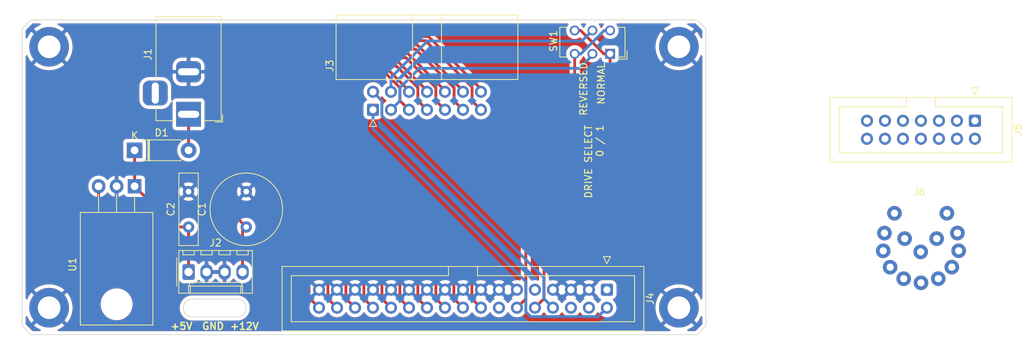
<source format=kicad_pcb>
(kicad_pcb (version 20210108) (generator pcbnew)
  (layers (0 "F.Cu" signal) (31 "B.Cu" signal) (34 "B.Paste" user) (35 "F.Paste" user) (36 "B.SilkS" user "B.Silkscreen") (37 "F.SilkS" user "F.Silkscreen") (38 "B.Mask" user) (39 "F.Mask" user) (44 "Edge.Cuts" user))
  (net 0 "")
  (net 1 "GND")
  (net 2 "+12V")
  (net 3 "+5V")
  (net 4 "Net-(D1-Pad2)")
  (net 5 "/FLOPPY_READY")
  (net 6 "/FLOPPY_READ_DATA")
  (net 7 "/FLOPPY_TRACK_00")
  (net 8 "/FLOPPY_WRITE_DATA")
  (net 9 "/FLOPPY_STEP_DIRECTION")
  (net 10 "/FLOPPY_SELECT_B")
  (net 11 "/FLOPPY_INDEX")
  (net 12 "/FLOPPY_SIDE_SELECT")
  (net 13 "/FLOPPY_WRITE_PROTECT")
  (net 14 "/FLOPPY_WRITE_GATE")
  (net 15 "/FLOPPY_STEP")
  (net 16 "/FLOPPY_MOTOR_ON")
  (net 17 "/FLOPPY_SELECT_A")
  (net 18 "/FLOPPY_DISKCHANGE")
  (net 19 "/F_INSEL_B")
  (net 20 "/F_INSEL_A")
  (net 21 "no_connect_(J4-Pad1)")
  (net 22 "no_connect_(J4-Pad4)")
  (net 23 "no_connect_(J4-Pad6)")
  (net 24 "no_connect_(J4-Pad14)")
  (net 25 "/Atari ST/FLOPPY_READY")
  (net 26 "/Atari ST/FLOPPY_READ_DATA")
  (net 27 "/Atari ST/FLOPPY_TRACK_00")
  (net 28 "/Atari ST/FLOPPY_WRITE_DATA")
  (net 29 "/Atari ST/FLOPPY_STEP_DIRECTION")
  (net 30 "/Atari ST/FLOPPY_SELECT_B")
  (net 31 "/Atari ST/FLOPPY_INDEX")
  (net 32 "/Atari ST/FLOPPY_SIDE_SELECT")
  (net 33 "/Atari ST/FLOPPY_WRITE_PROTECT")
  (net 34 "/Atari ST/FLOPPY_WRITE_GATE")
  (net 35 "/Atari ST/FLOPPY_STEP")
  (net 36 "/Atari ST/FLOPPY_MOTOR_ON")
  (net 37 "/Atari ST/FLOPPY_SELECT_A")
  (net 38 "/Atari ST/FLOPPY_DISKCHANGE")
  (footprint "parts:DIN14" (layer "F.Cu") (at 158.589106 89.0374)
    (fp_text reference "J6" (at -0.2 -1.232988 unlocked) (layer "F.SilkS"))
    (fp_text value "ATARI")
    (pad "1" thru_hole circle (at 0.045497 11.585793 180) (size 2.06 2.06) (drill 1.03) (layers *.Cu *.Mask) (net 26 "/Atari ST/FLOPPY_READ_DATA"))
    (pad "2" thru_hole circle (at -2.396013 11.004971 180) (size 2.06 2.06) (drill 1.03) (layers *.Cu *.Mask) (net 32 "/Atari ST/FLOPPY_SIDE_SELECT"))
    (pad "3" thru_hole circle (at 2.485819 11 180) (size 2.06 2.06) (drill 1.03) (layers *.Cu *.Mask) (net 1 "GND"))
    (pad "4" thru_hole circle (at -4.311125 9.383037 180) (size 2.06 2.06) (drill 1.03) (layers *.Cu *.Mask) (net 31 "/Atari ST/FLOPPY_INDEX"))
    (pad "5" thru_hole circle (at 4.397625 9.374168 180) (size 2.06 2.06) (drill 1.03) (layers *.Cu *.Mask) (net 37 "/Atari ST/FLOPPY_SELECT_A"))
    (pad "6" thru_hole circle (at -5.286009 7.070478 180) (size 2.06 2.06) (drill 1.03) (layers *.Cu *.Mask) (net 30 "/Atari ST/FLOPPY_SELECT_B"))
    (pad "7" thru_hole circle (at 5.367797 7.059628 180) (size 2.06 2.06) (drill 1.03) (layers *.Cu *.Mask) (net 1 "GND"))
    (pad "8" thru_hole circle (at -5.11 4.567012 180) (size 2.06 2.06) (drill 1.03) (layers *.Cu *.Mask) (net 36 "/Atari ST/FLOPPY_MOTOR_ON"))
    (pad "9" thru_hole circle (at 5.186688 4.556528 180) (size 2.06 2.06) (drill 1.03) (layers *.Cu *.Mask) (net 29 "/Atari ST/FLOPPY_STEP_DIRECTION"))
    (pad "10" thru_hole circle (at -3.7 1.767012 180) (size 2.06 2.06) (drill 1.03) (layers *.Cu *.Mask) (net 35 "/Atari ST/FLOPPY_STEP"))
    (pad "11" thru_hole circle (at 3.7 1.767012 180) (size 2.06 2.06) (drill 1.03) (layers *.Cu *.Mask) (net 28 "/Atari ST/FLOPPY_WRITE_DATA"))
    (pad "12" thru_hole circle (at -2.26 5.347012 180) (size 2.06 2.06) (drill 1.03) (layers *.Cu *.Mask) (net 34 "/Atari ST/FLOPPY_WRITE_GATE"))
    (pad "13" thru_hole circle (at 2.26 5.347012 180) (size 2.06 2.06) (drill 1.03) (layers *.Cu *.Mask) (net 27 "/Atari ST/FLOPPY_TRACK_00"))
    (pad "14" thru_hole circle (at 0 7.217012 180) (size 2.06 2.06) (drill 1.03) (layers *.Cu *.Mask) (net 33 "/Atari ST/FLOPPY_WRITE_PROTECT"))
  )
  (footprint "Package_TO_SOT_THT:TO-220-3_Horizontal_TabDown" (layer "F.Cu") (at 47.625 86.995 180)
    (fp_text reference "U1" (at 8.763 -11.049 270) (layer "F.SilkS"))
    (fp_text value "L7805")
    (fp_line (start -2.58 -19.58) (end 7.66 -19.58) (layer "F.SilkS") (width 0.12))
    (fp_line (start -2.58 -3.69) (end 7.66 -3.69) (layer "F.SilkS") (width 0.12))
    (fp_line (start 5.08 -3.69) (end 5.08 -1.15) (layer "F.SilkS") (width 0.12))
    (fp_line (start -2.58 -19.58) (end -2.58 -3.69) (layer "F.SilkS") (width 0.12))
    (fp_line (start 7.66 -19.58) (end 7.66 -3.69) (layer "F.SilkS") (width 0.12))
    (fp_line (start 0 -3.69) (end 0 -1.15) (layer "F.SilkS") (width 0.12))
    (fp_line (start 2.54 -3.69) (end 2.54 -1.15) (layer "F.SilkS") (width 0.12))
    (pad "" np_thru_hole oval (at 2.54 -16.66 180) (size 3.5 3.5) (drill 3.5) (layers *.Cu *.Mask))
    (pad "1" thru_hole rect (at 0 0 180) (size 1.905 2) (drill 1.1) (layers *.Cu *.Mask) (net 2 "+12V"))
    (pad "2" thru_hole oval (at 2.54 0 180) (size 1.905 2) (drill 1.1) (layers *.Cu *.Mask) (net 1 "GND"))
    (pad "3" thru_hole oval (at 5.08 0 180) (size 1.905 2) (drill 1.1) (layers *.Cu *.Mask) (net 3 "+5V"))
  )
  (footprint "Diode_THT:D_DO-41_SOD81_P7.62mm_Horizontal" (layer "F.Cu") (at 47.625 81.915)
    (fp_text reference "D1" (at 3.81 -2.47) (layer "F.SilkS"))
    (fp_text value "1N4007")
    (fp_text user "K" (at 0 -2.1) (layer "F.SilkS"))
    (fp_line (start 1.99 -1.47) (end 1.99 1.47) (layer "F.SilkS") (width 0.12))
    (fp_line (start 1.09 1.34) (end 1.09 1.47) (layer "F.SilkS") (width 0.12))
    (fp_line (start 6.53 -1.47) (end 6.53 -1.34) (layer "F.SilkS") (width 0.12))
    (fp_line (start 2.11 -1.47) (end 2.11 1.47) (layer "F.SilkS") (width 0.12))
    (fp_line (start 1.09 1.47) (end 6.53 1.47) (layer "F.SilkS") (width 0.12))
    (fp_line (start 1.09 -1.47) (end 6.53 -1.47) (layer "F.SilkS") (width 0.12))
    (fp_line (start 6.53 1.47) (end 6.53 1.34) (layer "F.SilkS") (width 0.12))
    (fp_line (start 1.87 -1.47) (end 1.87 1.47) (layer "F.SilkS") (width 0.12))
    (fp_line (start 1.09 -1.34) (end 1.09 -1.47) (layer "F.SilkS") (width 0.12))
    (pad "1" thru_hole rect (at 0 0) (size 2.2 2.2) (drill 1.1) (layers *.Cu *.Mask) (net 2 "+12V"))
    (pad "2" thru_hole oval (at 7.62 0) (size 2.2 2.2) (drill 1.1) (layers *.Cu *.Mask) (net 4 "Net-(D1-Pad2)"))
  )
  (footprint "Connector_Molex:Molex_KK-254_AE-6410-04A_1x04_P2.54mm_Vertical" (layer "F.Cu") (at 55.245 99.1)
    (fp_text reference "J2" (at 3.81 -4.12) (layer "F.SilkS"))
    (fp_text value "FLOPPY_PWR")
    (fp_line (start 7.37 1.46) (end 7.62 1.99) (layer "F.SilkS") (width 0.12))
    (fp_line (start 0.25 2.99) (end 0.25 1.99) (layer "F.SilkS") (width 0.12))
    (fp_line (start 0.25 1.46) (end 7.37 1.46) (layer "F.SilkS") (width 0.12))
    (fp_line (start 3.34 -2.43) (end 3.34 -3.03) (layer "F.SilkS") (width 0.12))
    (fp_line (start 7.37 2.99) (end 7.37 1.99) (layer "F.SilkS") (width 0.12))
    (fp_line (start 9 2.99) (end 9 -3.03) (layer "F.SilkS") (width 0.12))
    (fp_line (start -1.67 -2) (end -1.67 2) (layer "F.SilkS") (width 0.12))
    (fp_line (start 6.82 -3.03) (end 6.82 -2.43) (layer "F.SilkS") (width 0.12))
    (fp_line (start 4.28 -3.03) (end 4.28 -2.43) (layer "F.SilkS") (width 0.12))
    (fp_line (start 0.8 -2.43) (end 0.8 -3.03) (layer "F.SilkS") (width 0.12))
    (fp_line (start 1.74 -3.03) (end 1.74 -2.43) (layer "F.SilkS") (width 0.12))
    (fp_line (start 4.28 -2.43) (end 5.88 -2.43) (layer "F.SilkS") (width 0.12))
    (fp_line (start 9 -3.03) (end -1.38 -3.03) (layer "F.SilkS") (width 0.12))
    (fp_line (start 8.42 -2.43) (end 8.42 -3.03) (layer "F.SilkS") (width 0.12))
    (fp_line (start -1.38 -3.03) (end -1.38 2.99) (layer "F.SilkS") (width 0.12))
    (fp_line (start -0.8 -2.43) (end 0.8 -2.43) (layer "F.SilkS") (width 0.12))
    (fp_line (start -1.38 2.99) (end 9 2.99) (layer "F.SilkS") (width 0.12))
    (fp_line (start 5.88 -2.43) (end 5.88 -3.03) (layer "F.SilkS") (width 0.12))
    (fp_line (start 0 1.99) (end 7.62 1.99) (layer "F.SilkS") (width 0.12))
    (fp_line (start 0 1.99) (end 0.25 1.46) (layer "F.SilkS") (width 0.12))
    (fp_line (start 1.74 -2.43) (end 3.34 -2.43) (layer "F.SilkS") (width 0.12))
    (fp_line (start 7.62 1.99) (end 7.62 2.99) (layer "F.SilkS") (width 0.12))
    (fp_line (start -0.8 -3.03) (end -0.8 -2.43) (layer "F.SilkS") (width 0.12))
    (fp_line (start 6.82 -2.43) (end 8.42 -2.43) (layer "F.SilkS") (width 0.12))
    (fp_line (start 0 2.99) (end 0 1.99) (layer "F.SilkS") (width 0.12))
    (pad "1" thru_hole roundrect (at 0 0) (size 1.74 2.19) (drill 1.19) (layers *.Cu *.Mask) (roundrect_rratio 0.143678) (net 3 "+5V"))
    (pad "2" thru_hole oval (at 2.54 0) (size 1.74 2.19) (drill 1.19) (layers *.Cu *.Mask) (net 1 "GND"))
    (pad "3" thru_hole oval (at 5.08 0) (size 1.74 2.19) (drill 1.19) (layers *.Cu *.Mask) (net 1 "GND"))
    (pad "4" thru_hole oval (at 7.62 0) (size 1.74 2.19) (drill 1.19) (layers *.Cu *.Mask) (net 2 "+12V"))
  )
  (footprint "Connector_BarrelJack:BarrelJack_Horizontal" (layer "F.Cu") (at 55.245 76.835 -90)
    (fp_text reference "J1" (at -8.45 5.75 90) (layer "F.SilkS"))
    (fp_text value "12VDC")
    (fp_line (start 0.9 1.9) (end 0.9 4.6) (layer "F.SilkS") (width 0.12))
    (fp_line (start 0.05 -4.8) (end 1.1 -4.8) (layer "F.SilkS") (width 0.12))
    (fp_line (start 1.1 -3.75) (end 1.1 -4.8) (layer "F.SilkS") (width 0.12))
    (fp_line (start -13.8 4.6) (end -13.8 -4.6) (layer "F.SilkS") (width 0.12))
    (fp_line (start 0.9 4.6) (end -1 4.6) (layer "F.SilkS") (width 0.12))
    (fp_line (start 0.9 -4.6) (end 0.9 -2) (layer "F.SilkS") (width 0.12))
    (fp_line (start -13.8 -4.6) (end 0.9 -4.6) (layer "F.SilkS") (width 0.12))
    (fp_line (start -5 4.6) (end -13.8 4.6) (layer "F.SilkS") (width 0.12))
    (pad "1" thru_hole rect (at 0 0 270) (size 3.5 3.5) (drill oval 1 3) (layers *.Cu *.Mask) (net 4 "Net-(D1-Pad2)"))
    (pad "2" thru_hole roundrect (at -6 0 270) (size 3 3.5) (drill oval 1 3) (layers *.Cu *.Mask) (net 1 "GND"))
    (pad "3" thru_hole roundrect (at -3 4.7 270) (size 3.5 3.5) (drill oval 3 1) (layers *.Cu *.Mask))
  )
  (footprint "MountingHole:MountingHole_3.2mm_M3_DIN965_Pad_TopBottom" (layer "F.Cu") (at 124.46 67.31)
    (fp_text reference "H1" hide)
    (fp_text value "MountingHole_Pad")
    (pad "1" connect circle (at 0 0) (size 5.6 5.6) (layers "F.Cu" "F.Mask") (net 1 "GND"))
    (pad "1" connect circle (at 0 0) (size 5.6 5.6) (layers "B.Cu" "B.Mask") (net 1 "GND"))
    (pad "1" thru_hole circle (at 0 0) (size 3.6 3.6) (drill 3.2) (layers *.Cu *.Mask) (net 1 "GND"))
  )
  (footprint "Button_Switch_THT:SW_CuK_JS202011AQN_DPDT_Angled" (layer "F.Cu") (at 114.75 68.3 180)
    (fp_text reference "SW1" (at 8 1.8 90) (layer "F.SilkS"))
    (fp_text value "SW_DPDT_x2")
    (fp_line (start 5.9 -0.45) (end 7.1 -0.45) (layer "F.SilkS") (width 0.12))
    (fp_line (start -1.2 -0.75) (end -2.4 -0.75) (layer "F.SilkS") (width 0.12))
    (fp_line (start -0.9 -0.45) (end -2.1 -0.45) (layer "F.SilkS") (width 0.12))
    (fp_line (start -2.4 -0.75) (end -2.4 0.45) (layer "F.SilkS") (width 0.12))
    (fp_line (start 7.1 -0.45) (end 7.1 3.75) (layer "F.SilkS") (width 0.12))
    (fp_line (start 7.1 3.75) (end 5.9 3.75) (layer "F.SilkS") (width 0.12))
    (fp_line (start -2.1 3.75) (end -0.9 3.75) (layer "F.SilkS") (width 0.12))
    (fp_line (start -2.1 -0.45) (end -2.1 3.75) (layer "F.SilkS") (width 0.12))
    (pad "1" thru_hole rect (at 0 0 180) (size 1.4 1.4) (drill 0.9) (layers *.Cu *.Mask) (net 20 "/F_INSEL_A"))
    (pad "2" thru_hole circle (at 2.5 0 180) (size 1.4 1.4) (drill 0.9) (layers *.Cu *.Mask) (net 17 "/FLOPPY_SELECT_A"))
    (pad "3" thru_hole circle (at 5 0 180) (size 1.4 1.4) (drill 0.9) (layers *.Cu *.Mask) (net 19 "/F_INSEL_B"))
    (pad "4" thru_hole circle (at 0 3.3 180) (size 1.4 1.4) (drill 0.9) (layers *.Cu *.Mask) (net 19 "/F_INSEL_B"))
    (pad "5" thru_hole circle (at 2.5 3.3 180) (size 1.4 1.4) (drill 0.9) (layers *.Cu *.Mask) (net 10 "/FLOPPY_SELECT_B"))
    (pad "6" thru_hole circle (at 5 3.3 180) (size 1.4 1.4) (drill 0.9) (layers *.Cu *.Mask) (net 20 "/F_INSEL_A"))
  )
  (footprint "Capacitor_THT:C_Disc_D10.0mm_W2.5mm_P5.00mm" (layer "F.Cu") (at 55.245 92.75 90)
    (fp_text reference "C2" (at 2.5 -2.5 90) (layer "F.SilkS"))
    (fp_text value "10uF")
    (fp_line (start -2.62 -1.37) (end 7.62 -1.37) (layer "F.SilkS") (width 0.12))
    (fp_line (start 7.62 -1.37) (end 7.62 1.37) (layer "F.SilkS") (width 0.12))
    (fp_line (start -2.62 1.37) (end 7.62 1.37) (layer "F.SilkS") (width 0.12))
    (fp_line (start -2.62 -1.37) (end -2.62 1.37) (layer "F.SilkS") (width 0.12))
    (pad "1" thru_hole circle (at 0 0 90) (size 1.6 1.6) (drill 0.8) (layers *.Cu *.Mask) (net 3 "+5V"))
    (pad "2" thru_hole circle (at 5 0 90) (size 1.6 1.6) (drill 0.8) (layers *.Cu *.Mask) (net 1 "GND"))
  )
  (footprint "MountingHole:MountingHole_3.2mm_M3_DIN965_Pad_TopBottom" (layer "F.Cu") (at 35.56 104.14)
    (fp_text reference "H2" hide)
    (fp_text value "MountingHole_Pad")
    (pad "1" thru_hole circle (at 0 0) (size 3.6 3.6) (drill 3.2) (layers *.Cu *.Mask) (net 1 "GND"))
    (pad "1" connect circle (at 0 0) (size 5.6 5.6) (layers "B.Cu" "B.Mask") (net 1 "GND"))
    (pad "1" connect circle (at 0 0) (size 5.6 5.6) (layers "F.Cu" "F.Mask") (net 1 "GND"))
  )
  (footprint "MountingHole:MountingHole_3.2mm_M3_DIN965_Pad_TopBottom" (layer "F.Cu") (at 35.56 67.31)
    (fp_text reference "H4" hide)
    (fp_text value "MountingHole_Pad")
    (pad "1" connect circle (at 0 0) (size 5.6 5.6) (layers "B.Cu" "B.Mask") (net 1 "GND"))
    (pad "1" thru_hole circle (at 0 0) (size 3.6 3.6) (drill 3.2) (layers *.Cu *.Mask) (net 1 "GND"))
    (pad "1" connect circle (at 0 0) (size 5.6 5.6) (layers "F.Cu" "F.Mask") (net 1 "GND"))
  )
  (footprint "MountingHole:MountingHole_3.2mm_M3_DIN965_Pad_TopBottom" (layer "F.Cu") (at 124.46 104.14)
    (fp_text reference "H3" hide)
    (fp_text value "MountingHole_Pad")
    (pad "1" thru_hole circle (at 0 0) (size 3.6 3.6) (drill 3.2) (layers *.Cu *.Mask) (net 1 "GND"))
    (pad "1" connect circle (at 0 0) (size 5.6 5.6) (layers "B.Cu" "B.Mask") (net 1 "GND"))
    (pad "1" connect circle (at 0 0) (size 5.6 5.6) (layers "F.Cu" "F.Mask") (net 1 "GND"))
  )
  (footprint "Connector_IDC:IDC-Header_2x07_P2.54mm_Horizontal" (layer "F.Cu") (at 81.28 76.2 90)
    (fp_text reference "J3" (at 6.215 -6.1 90) (layer "F.SilkS"))
    (fp_text value "ADAPTER")
    (fp_line (start 4.27 -5.21) (end 13.39 -5.21) (layer "F.SilkS") (width 0.12))
    (fp_line (start 4.27 5.57) (end 13.39 5.57) (layer "F.SilkS") (width 0.12))
    (fp_line (start -2.35 0.5) (end -1.35 0) (layer "F.SilkS") (width 0.12))
    (fp_line (start 4.27 20.45) (end 4.27 -5.21) (layer "F.SilkS") (width 0.12))
    (fp_line (start 13.39 20.45) (end 4.27 20.45) (layer "F.SilkS") (width 0.12))
    (fp_line (start -1.35 0) (end -2.35 -0.5) (layer "F.SilkS") (width 0.12))
    (fp_line (start 4.27 9.67) (end 13.39 9.67) (layer "F.SilkS") (width 0.12))
    (fp_line (start -2.35 -0.5) (end -2.35 0.5) (layer "F.SilkS") (width 0.12))
    (fp_line (start 13.39 -5.21) (end 13.39 20.45) (layer "F.SilkS") (width 0.12))
    (pad "1" thru_hole roundrect (at 0 0 90) (size 1.7 1.7) (drill 1) (layers *.Cu *.Mask) (roundrect_rratio 0.147059) (net 18 "/FLOPPY_DISKCHANGE"))
    (pad "2" thru_hole circle (at 2.54 0 90) (size 1.7 1.7) (drill 1) (layers *.Cu *.Mask) (net 11 "/FLOPPY_INDEX"))
    (pad "3" thru_hole circle (at 0 2.54 90) (size 1.7 1.7) (drill 1) (layers *.Cu *.Mask) (net 17 "/FLOPPY_SELECT_A"))
    (pad "4" thru_hole circle (at 2.54 2.54 90) (size 1.7 1.7) (drill 1) (layers *.Cu *.Mask) (net 10 "/FLOPPY_SELECT_B"))
    (pad "5" thru_hole circle (at 0 5.08 90) (size 1.7 1.7) (drill 1) (layers *.Cu *.Mask) (net 16 "/FLOPPY_MOTOR_ON"))
    (pad "6" thru_hole circle (at 2.54 5.08 90) (size 1.7 1.7) (drill 1) (layers *.Cu *.Mask) (net 9 "/FLOPPY_STEP_DIRECTION"))
    (pad "7" thru_hole circle (at 0 7.62 90) (size 1.7 1.7) (drill 1) (layers *.Cu *.Mask) (net 15 "/FLOPPY_STEP"))
    (pad "8" thru_hole circle (at 2.54 7.62 90) (size 1.7 1.7) (drill 1) (layers *.Cu *.Mask) (net 8 "/FLOPPY_WRITE_DATA"))
    (pad "9" thru_hole circle (at 0 10.16 90) (size 1.7 1.7) (drill 1) (layers *.Cu *.Mask) (net 14 "/FLOPPY_WRITE_GATE"))
    (pad "10" thru_hole circle (at 2.54 10.16 90) (size 1.7 1.7) (drill 1) (layers *.Cu *.Mask) (net 7 "/FLOPPY_TRACK_00"))
    (pad "11" thru_hole circle (at 0 12.7 90) (size 1.7 1.7) (drill 1) (layers *.Cu *.Mask) (net 13 "/FLOPPY_WRITE_PROTECT"))
    (pad "12" thru_hole circle (at 2.54 12.7 90) (size 1.7 1.7) (drill 1) (layers *.Cu *.Mask) (net 6 "/FLOPPY_READ_DATA"))
    (pad "13" thru_hole circle (at 0 15.24 90) (size 1.7 1.7) (drill 1) (layers *.Cu *.Mask) (net 12 "/FLOPPY_SIDE_SELECT"))
    (pad "14" thru_hole circle (at 2.54 15.24 90) (size 1.7 1.7) (drill 1) (layers *.Cu *.Mask) (net 5 "/FLOPPY_READY"))
  )
  (footprint "Connector_IDC:IDC-Header_2x17_P2.54mm_Vertical" (layer "F.Cu") (at 114.3 101.6 -90)
    (fp_text reference "J4" (at 1.27 -6.1 90) (layer "F.SilkS"))
    (fp_text value "FLOPPY")
    (fp_line (start -3.29 -5.21) (end 5.83 -5.21) (layer "F.SilkS") (width 0.12))
    (fp_line (start -3.29 45.85) (end -3.29 -5.21) (layer "F.SilkS") (width 0.12))
    (fp_line (start -4.68 -0.5) (end -4.68 0.5) (layer "F.SilkS") (width 0.12))
    (fp_line (start -3.68 0) (end -4.68 -0.5) (layer "F.SilkS") (width 0.12))
    (fp_line (start 4.52 44.55) (end -1.98 44.55) (layer "F.SilkS") (width 0.12))
    (fp_line (start -3.29 18.27) (end -1.98 18.27) (layer "F.SilkS") (width 0.12))
    (fp_line (start 5.83 -5.21) (end 5.83 45.85) (layer "F.SilkS") (width 0.12))
    (fp_line (start -1.98 44.55) (end -1.98 22.37) (layer "F.SilkS") (width 0.12))
    (fp_line (start 4.52 -3.91) (end 4.52 44.55) (layer "F.SilkS") (width 0.12))
    (fp_line (start -1.98 22.37) (end -1.98 22.37) (layer "F.SilkS") (width 0.12))
    (fp_line (start -1.98 18.27) (end -1.98 -3.91) (layer "F.SilkS") (width 0.12))
    (fp_line (start 5.83 45.85) (end -3.29 45.85) (layer "F.SilkS") (width 0.12))
    (fp_line (start -4.68 0.5) (end -3.68 0) (layer "F.SilkS") (width 0.12))
    (fp_line (start -1.98 -3.91) (end 4.52 -3.91) (layer "F.SilkS") (width 0.12))
    (fp_line (start -1.98 22.37) (end -3.29 22.37) (layer "F.SilkS") (width 0.12))
    (pad "1" thru_hole roundrect (at 0 0 270) (size 1.7 1.7) (drill 1) (layers *.Cu *.Mask) (roundrect_rratio 0.147059) (net 21 "no_connect_(J4-Pad1)"))
    (pad "2" thru_hole circle (at 2.54 0 270) (size 1.7 1.7) (drill 1) (layers *.Cu *.Mask) (net 18 "/FLOPPY_DISKCHANGE"))
    (pad "3" thru_hole circle (at 0 2.54 270) (size 1.7 1.7) (drill 1) (layers *.Cu *.Mask) (net 1 "GND"))
    (pad "4" thru_hole circle (at 2.54 2.54 270) (size 1.7 1.7) (drill 1) (layers *.Cu *.Mask) (net 22 "no_connect_(J4-Pad4)"))
    (pad "5" thru_hole circle (at 0 5.08 270) (size 1.7 1.7) (drill 1) (layers *.Cu *.Mask) (net 1 "GND"))
    (pad "6" thru_hole circle (at 2.54 5.08 270) (size 1.7 1.7) (drill 1) (layers *.Cu *.Mask) (net 23 "no_connect_(J4-Pad6)"))
    (pad "7" thru_hole circle (at 0 7.62 270) (size 1.7 1.7) (drill 1) (layers *.Cu *.Mask) (net 1 "GND"))
    (pad "8" thru_hole circle (at 2.54 7.62 270) (size 1.7 1.7) (drill 1) (layers *.Cu *.Mask) (net 11 "/FLOPPY_INDEX"))
    (pad "9" thru_hole circle (at 0 10.16) (size 1.7 1.7) (drill 1) (layers *.Cu *.Mask) (net 1 "GND"))
    (pad "10" thru_hole circle (at 2.54 10.16 270) (size 1.7 1.7) (drill 1) (layers *.Cu *.Mask) (net 20 "/F_INSEL_A"))
    (pad "11" thru_hole circle (at 0 12.7 270) (size 1.7 1.7) (drill 1) (layers *.Cu *.Mask) (net 1 "GND"))
    (pad "12" thru_hole circle (at 2.54 12.7 270) (size 1.7 1.7) (drill 1) (layers *.Cu *.Mask) (net 19 "/F_INSEL_B"))
    (pad "13" thru_hole circle (at 0 15.24 270) (size 1.7 1.7) (drill 1) (layers *.Cu *.Mask) (net 1 "GND"))
    (pad "14" thru_hole circle (at 2.54 15.24 270) (size 1.7 1.7) (drill 1) (layers *.Cu *.Mask) (net 24 "no_connect_(J4-Pad14)"))
    (pad "15" thru_hole circle (at 0 17.78 270) (size 1.7 1.7) (drill 1) (layers *.Cu *.Mask) (net 1 "GND"))
    (pad "16" thru_hole circle (at 2.54 17.78 270) (size 1.7 1.7) (drill 1) (layers *.Cu *.Mask) (net 16 "/FLOPPY_MOTOR_ON"))
    (pad "17" thru_hole circle (at 0 20.32 270) (size 1.7 1.7) (drill 1) (layers *.Cu *.Mask) (net 1 "GND"))
    (pad "18" thru_hole circle (at 2.54 20.32 270) (size 1.7 1.7) (drill 1) (layers *.Cu *.Mask) (net 9 "/FLOPPY_STEP_DIRECTION"))
    (pad "19" thru_hole circle (at 0 22.86 270) (size 1.7 1.7) (drill 1) (layers *.Cu *.Mask) (net 1 "GND"))
    (pad "20" thru_hole circle (at 2.54 22.86 270) (size 1.7 1.7) (drill 1) (layers *.Cu *.Mask) (net 15 "/FLOPPY_STEP"))
    (pad "21" thru_hole circle (at 0 25.4 270) (size 1.7 1.7) (drill 1) (layers *.Cu *.Mask) (net 1 "GND"))
    (pad "22" thru_hole circle (at 2.54 25.4 270) (size 1.7 1.7) (drill 1) (layers *.Cu *.Mask) (net 8 "/FLOPPY_WRITE_DATA"))
    (pad "23" thru_hole circle (at 0 27.94 270) (size 1.7 1.7) (drill 1) (layers *.Cu *.Mask) (net 1 "GND"))
    (pad "24" thru_hole circle (at 2.54 27.94 270) (size 1.7 1.7) (drill 1) (layers *.Cu *.Mask) (net 14 "/FLOPPY_WRITE_GATE"))
    (pad "25" thru_hole circle (at 0 30.48 270) (size 1.7 1.7) (drill 1) (layers *.Cu *.Mask) (net 1 "GND"))
    (pad "26" thru_hole circle (at 2.54 30.48 270) (size 1.7 1.7) (drill 1) (layers *.Cu *.Mask) (net 7 "/FLOPPY_TRACK_00"))
    (pad "27" thru_hole circle (at 0 33.02 270) (size 1.7 1.7) (drill 1) (layers *.Cu *.Mask) (net 1 "GND"))
    (pad "28" thru_hole circle (at 2.54 33.02 270) (size 1.7 1.7) (drill 1) (layers *.Cu *.Mask) (net 13 "/FLOPPY_WRITE_PROTECT"))
    (pad "29" thru_hole circle (at 0 35.56 270) (size 1.7 1.7) (drill 1) (layers *.Cu *.Mask) (net 1 "GND"))
    (pad "30" thru_hole circle (at 2.54 35.56 270) (size 1.7 1.7) (drill 1) (layers *.Cu *.Mask) (net 6 "/FLOPPY_READ_DATA"))
    (pad "31" thru_hole circle (at 0 38.1 270) (size 1.7 1.7) (drill 1) (layers *.Cu *.Mask) (net 1 "GND"))
    (pad "32" thru_hole circle (at 2.54 38.1 270) (size 1.7 1.7) (drill 1) (layers *.Cu *.Mask) (net 12 "/FLOPPY_SIDE_SELECT"))
    (pad "33" thru_hole circle (at 0 40.64 270) (size 1.7 1.7) (drill 1) (layers *.Cu *.Mask) (net 1 "GND"))
    (pad "34" thru_hole circle (at 2.54 40.64 270) (size 1.7 1.7) (drill 1) (layers *.Cu *.Mask) (net 5 "/FLOPPY_READY"))
  )
  (footprint "Connector_IDC:IDC-Header_2x07_P2.54mm_Vertical" (layer "F.Cu") (at 166.25 77.75 -90)
    (fp_text reference "J5" (at 1.27 -6.1 -90) (layer "F.SilkS"))
    (fp_text value "ADAPTER")
    (fp_line (start 5.83 -5.21) (end 5.83 20.45) (layer "F.SilkS") (width 0.12))
    (fp_line (start -4.68 0.5) (end -3.68 0) (layer "F.SilkS") (width 0.12))
    (fp_line (start -1.98 19.15) (end -1.98 9.67) (layer "F.SilkS") (width 0.12))
    (fp_line (start -4.68 -0.5) (end -4.68 0.5) (layer "F.SilkS") (width 0.12))
    (fp_line (start -1.98 9.67) (end -3.29 9.67) (layer "F.SilkS") (width 0.12))
    (fp_line (start -1.98 5.57) (end -1.98 -3.91) (layer "F.SilkS") (width 0.12))
    (fp_line (start 4.52 19.15) (end -1.98 19.15) (layer "F.SilkS") (width 0.12))
    (fp_line (start -3.29 20.45) (end -3.29 -5.21) (layer "F.SilkS") (width 0.12))
    (fp_line (start -3.29 -5.21) (end 5.83 -5.21) (layer "F.SilkS") (width 0.12))
    (fp_line (start -3.68 0) (end -4.68 -0.5) (layer "F.SilkS") (width 0.12))
    (fp_line (start 5.83 20.45) (end -3.29 20.45) (layer "F.SilkS") (width 0.12))
    (fp_line (start -3.29 5.57) (end -1.98 5.57) (layer "F.SilkS") (width 0.12))
    (fp_line (start 4.52 -3.91) (end 4.52 19.15) (layer "F.SilkS") (width 0.12))
    (fp_line (start -1.98 -3.91) (end 4.52 -3.91) (layer "F.SilkS") (width 0.12))
    (fp_line (start -1.98 9.67) (end -1.98 9.67) (layer "F.SilkS") (width 0.12))
    (pad "1" thru_hole roundrect (at 0 0 270) (size 1.7 1.7) (drill 1) (layers *.Cu *.Mask) (roundrect_rratio 0.147059) (net 38 "/Atari ST/FLOPPY_DISKCHANGE"))
    (pad "2" thru_hole circle (at 2.54 0 270) (size 1.7 1.7) (drill 1) (layers *.Cu *.Mask) (net 31 "/Atari ST/FLOPPY_INDEX"))
    (pad "3" thru_hole circle (at 0 2.54 270) (size 1.7 1.7) (drill 1) (layers *.Cu *.Mask) (net 37 "/Atari ST/FLOPPY_SELECT_A"))
    (pad "4" thru_hole circle (at 2.54 2.54 270) (size 1.7 1.7) (drill 1) (layers *.Cu *.Mask) (net 30 "/Atari ST/FLOPPY_SELECT_B"))
    (pad "5" thru_hole circle (at 0 5.08 270) (size 1.7 1.7) (drill 1) (layers *.Cu *.Mask) (net 36 "/Atari ST/FLOPPY_MOTOR_ON"))
    (pad "6" thru_hole circle (at 2.54 5.08 270) (size 1.7 1.7) (drill 1) (layers *.Cu *.Mask) (net 29 "/Atari ST/FLOPPY_STEP_DIRECTION"))
    (pad "7" thru_hole circle (at 0 7.62 270) (size 1.7 1.7) (drill 1) (layers *.Cu *.Mask) (net 35 "/Atari ST/FLOPPY_STEP"))
    (pad "8" thru_hole circle (at 2.54 7.62 270) (size 1.7 1.7) (drill 1) (layers *.Cu *.Mask) (net 28 "/Atari ST/FLOPPY_WRITE_DATA"))
    (pad "9" thru_hole circle (at 0 10.16 270) (size 1.7 1.7) (drill 1) (layers *.Cu *.Mask) (net 34 "/Atari ST/FLOPPY_WRITE_GATE"))
    (pad "10" thru_hole circle (at 2.54 10.16 270) (size 1.7 1.7) (drill 1) (layers *.Cu *.Mask) (net 27 "/Atari ST/FLOPPY_TRACK_00"))
    (pad "11" thru_hole circle (at 0 12.7 270) (size 1.7 1.7) (drill 1) (layers *.Cu *.Mask) (net 33 "/Atari ST/FLOPPY_WRITE_PROTECT"))
    (pad "12" thru_hole circle (at 2.54 12.7 270) (size 1.7 1.7) (drill 1) (layers *.Cu *.Mask) (net 26 "/Atari ST/FLOPPY_READ_DATA"))
    (pad "13" thru_hole circle (at 0 15.24 270) (size 1.7 1.7) (drill 1) (layers *.Cu *.Mask) (net 32 "/Atari ST/FLOPPY_SIDE_SELECT"))
    (pad "14" thru_hole circle (at 2.54 15.24 270) (size 1.7 1.7) (drill 1) (layers *.Cu *.Mask) (net 25 "/Atari ST/FLOPPY_READY"))
  )
  (footprint "Capacitor_THT:C_Radial_D10.0mm_H12.5mm_P5.00mm" (layer "F.Cu") (at 63.39 92.75 90)
    (fp_text reference "C1" (at 2.5 -6.25 90) (layer "F.SilkS"))
    (fp_text value "470uF")
    (fp_circle (center 2.5 0) (end 7.62 0) (layer "F.SilkS") (width 0.12) (fill none))
    (pad "1" thru_hole circle (at 0 0 90) (size 1.6 1.6) (drill 0.8) (layers *.Cu *.Mask) (net 2 "+12V"))
    (pad "2" thru_hole circle (at 5 0 90) (size 1.6 1.6) (drill 0.8) (layers *.Cu *.Mask) (net 1 "GND"))
  )
  (gr_line (start 31.75 106.68) (end 31.75 64.77) (layer "Edge.Cuts") (width 0.1))
  (gr_line (start 127 107.95) (end 33.02 107.95) (layer "Edge.Cuts") (width 0.1))
  (gr_arc (start 62.12 104.18) (end 62.12 105.45) (angle -180) (layer "Edge.Cuts") (width 0.1))
  (gr_line (start 33.02 63.5) (end 127 63.5) (layer "Edge.Cuts") (width 0.1))
  (gr_line (start 128.27 64.77) (end 128.27 106.68) (layer "Edge.Cuts") (width 0.1))
  (gr_line (start 31.75 64.77) (end 33.02 63.5) (layer "Edge.Cuts") (width 0.1))
  (gr_line (start 127 107.95) (end 128.27 106.68) (layer "Edge.Cuts") (width 0.1))
  (gr_line (start 62.12 105.45) (end 55.77 105.45) (layer "Edge.Cuts") (width 0.1))
  (gr_arc (start 55.77 104.18) (end 55.77 102.91) (angle -180) (layer "Edge.Cuts") (width 0.1))
  (gr_line (start 55.77 102.91) (end 62.12 102.91) (layer "Edge.Cuts") (width 0.1))
  (gr_line (start 33.02 107.95) (end 31.75 106.68) (layer "Edge.Cuts") (width 0.1))
  (gr_line (start 128.27 64.77) (end 127 63.5) (layer "Edge.Cuts") (width 0.1))
  (gr_text "REVERSED" (at 111 73.25 90) (layer "F.SilkS") (effects (font (size 1 1))))
  (gr_text "GND" (at 58.695 106.75) (layer "F.SilkS") (effects (font (size 1 1) (thickness 0.2))))
  (gr_text "+12V" (at 63.14 106.75) (layer "F.SilkS") (effects (font (size 1 1) (thickness 0.2))))
  (gr_text "DRIVE SELECT\n0 / 1" (at 112.5 78.25 90) (layer "F.SilkS") (effects (font (size 1 1)) (justify right)))
  (gr_text "NORMAL" (at 113.5 72.5 90) (layer "F.SilkS") (effects (font (size 1 1))))
  (gr_text "+5V" (at 54.25 106.75) (layer "F.SilkS") (effects (font (size 1 1) (thickness 0.2))))
  (segment (start 62.865 93.275) (end 62.865 99.1) (width 0.4) (layer "F.Cu") (net 2))
  (segment (start 63.39 92.75) (end 62.865 93.275) (width 0.4) (layer "F.Cu") (net 2))
  (segment (start 47.625 86.995) (end 47.625 81.915) (width 0.4) (layer "F.Cu") (net 2))
  (segment (start 60.85 90.21) (end 50.84 90.21) (width 0.4) (layer "F.Cu") (net 2))
  (segment (start 50.84 90.21) (end 47.625 86.995) (width 0.4) (layer "F.Cu") (net 2))
  (segment (start 63.39 92.75) (end 60.85 90.21) (width 0.4) (layer "F.Cu") (net 2))
  (segment (start 46.32 92.75) (end 55.245 92.75) (width 0.4) (layer "F.Cu") (net 3))
  (segment (start 42.545 86.995) (end 42.545 88.975) (width 0.4) (layer "F.Cu") (net 3))
  (segment (start 55.245 92.75) (end 55.245 99.1) (width 0.4) (layer "F.Cu") (net 3))
  (segment (start 42.545 88.975) (end 46.32 92.75) (width 0.4) (layer "F.Cu") (net 3))
  (segment (start 55.245 76.835) (end 55.245 81.915) (width 0.4) (layer "F.Cu") (net 4))
  (segment (start 96.52 73.02) (end 96.52 73.66) (width 0.4) (layer "F.Cu") (net 5))
  (segment (start 96.52 73.27) (end 89.099901 65.849901) (width 0.4) (layer "F.Cu") (net 5))
  (segment (start 72.25 102.73) (end 73.66 104.14) (width 0.4) (layer "F.Cu") (net 5))
  (segment (start 77.013212 65.849901) (end 72.25 70.613113) (width 0.4) (layer "F.Cu") (net 5))
  (segment (start 89.099901 65.849901) (end 77.013212 65.849901) (width 0.4) (layer "F.Cu") (net 5))
  (segment (start 96.52 73.66) (end 96.52 73.27) (width 0.4) (layer "F.Cu") (net 5))
  (segment (start 72.25 70.613113) (end 72.25 102.73) (width 0.4) (layer "F.Cu") (net 5))
  (segment (start 73.45002 96.46002) (end 73.45002 71.110179) (width 0.4) (layer "F.Cu") (net 6))
  (segment (start 78.74 104.14) (end 77.450001 102.850001) (width 0.4) (layer "F.Cu") (net 6))
  (segment (start 87.528468 67.049923) (end 93.98 73.501455) (width 0.4) (layer "F.Cu") (net 6))
  (segment (start 73.45002 71.110179) (end 77.510276 67.049923) (width 0.4) (layer "F.Cu") (net 6))
  (segment (start 93.98 73.501455) (end 93.98 73.66) (width 0.4) (layer "F.Cu") (net 6))
  (segment (start 77.450001 102.850001) (end 77.450001 100.460001) (width 0.4) (layer "F.Cu") (net 6))
  (segment (start 77.510276 67.049923) (end 87.528468 67.049923) (width 0.4) (layer "F.Cu") (net 6))
  (segment (start 77.450001 100.460001) (end 73.45002 96.46002) (width 0.4) (layer "F.Cu") (net 6))
  (segment (start 74.65004 92.58004) (end 74.65004 71.607245) (width 0.4) (layer "F.Cu") (net 7))
  (segment (start 82.530001 100.460001) (end 74.65004 92.58004) (width 0.4) (layer "F.Cu") (net 7))
  (segment (start 74.65004 71.607245) (end 78.00734 68.249945) (width 0.4) (layer "F.Cu") (net 7))
  (segment (start 86.18849 68.249945) (end 91.44 73.501455) (width 0.4) (layer "F.Cu") (net 7))
  (segment (start 78.00734 68.249945) (end 86.18849 68.249945) (width 0.4) (layer "F.Cu") (net 7))
  (segment (start 83.82 104.14) (end 82.530001 102.850001) (width 0.4) (layer "F.Cu") (net 7))
  (segment (start 82.530001 102.850001) (end 82.530001 100.460001) (width 0.4) (layer "F.Cu") (net 7))
  (segment (start 91.44 73.501455) (end 91.44 73.66) (width 0.4) (layer "F.Cu") (net 7))
  (segment (start 78.504404 69.449967) (end 84.848512 69.449967) (width 0.4) (layer "F.Cu") (net 8))
  (segment (start 75.85006 88.70006) (end 75.85006 72.104311) (width 0.4) (layer "F.Cu") (net 8))
  (segment (start 88.9 104.14) (end 87.610001 102.850001) (width 0.4) (layer "F.Cu") (net 8))
  (segment (start 75.85006 72.104311) (end 78.504404 69.449967) (width 0.4) (layer "F.Cu") (net 8))
  (segment (start 87.610001 102.850001) (end 87.610001 100.460001) (width 0.4) (layer "F.Cu") (net 8))
  (segment (start 84.848512 69.449967) (end 88.9 73.501455) (width 0.4) (layer "F.Cu") (net 8))
  (segment (start 88.9 73.501455) (end 88.9 73.66) (width 0.4) (layer "F.Cu") (net 8))
  (segment (start 87.610001 100.460001) (end 75.85006 88.70006) (width 0.4) (layer "F.Cu") (net 8))
  (segment (start 77.05008 84.82008) (end 77.05008 72.601377) (width 0.4) (layer "F.Cu") (net 9))
  (segment (start 86.36 73.501455) (end 86.36 73.66) (width 0.4) (layer "F.Cu") (net 9))
  (segment (start 79.001468 70.649989) (end 83.508534 70.649989) (width 0.4) (layer "F.Cu") (net 9))
  (segment (start 77.05008 72.601377) (end 79.001468 70.649989) (width 0.4) (layer "F.Cu") (net 9))
  (segment (start 92.690001 102.850001) (end 92.690001 100.460001) (width 0.4) (layer "F.Cu") (net 9))
  (segment (start 93.98 104.14) (end 92.690001 102.850001) (width 0.4) (layer "F.Cu") (net 9))
  (segment (start 92.690001 100.460001) (end 77.05008 84.82008) (width 0.4) (layer "F.Cu") (net 9))
  (segment (start 83.508534 70.649989) (end 86.36 73.501455) (width 0.4) (layer "F.Cu") (net 9))
  (segment (start 112.25 65) (end 112.210999 65) (width 0.4) (layer "B.Cu") (net 10))
  (segment (start 83.82 73.66) (end 83.82 71.640728) (width 0.4) (layer "B.Cu") (net 10))
  (segment (start 110.75 66.5) (end 112.25 65) (width 0.4) (layer "B.Cu") (net 10))
  (segment (start 88.960728 66.5) (end 110.75 66.5) (width 0.4) (layer "B.Cu") (net 10))
  (segment (start 83.82 71.640728) (end 88.960728 66.5) (width 0.4) (layer "B.Cu") (net 10))
  (segment (start 105.390001 99.890001) (end 82.53001 77.03001) (width 0.4) (layer "B.Cu") (net 11))
  (segment (start 82.53001 74.91001) (end 81.28 73.66) (width 0.4) (layer "B.Cu") (net 11))
  (segment (start 82.53001 77.03001) (end 82.53001 74.91001) (width 0.4) (layer "B.Cu") (net 11))
  (segment (start 106.68 104.14) (end 105.390001 102.850001) (width 0.4) (layer "B.Cu") (net 11))
  (segment (start 105.390001 102.850001) (end 105.390001 99.890001) (width 0.4) (layer "B.Cu") (net 11))
  (segment (start 74.910001 100.460001) (end 72.85001 98.40001) (width 0.4) (layer "F.Cu") (net 12))
  (segment (start 77.261744 66.449912) (end 88.699912 66.449912) (width 0.4) (layer "F.Cu") (net 12))
  (segment (start 88.699912 66.449912) (end 95.269999 73.019999) (width 0.4) (layer "F.Cu") (net 12))
  (segment (start 76.2 104.14) (end 74.910001 102.850001) (width 0.4) (layer "F.Cu") (net 12))
  (segment (start 72.85001 70.861646) (end 77.261744 66.449912) (width 0.4) (layer "F.Cu") (net 12))
  (segment (start 95.269999 73.019999) (end 95.269999 74.949999) (width 0.4) (layer "F.Cu") (net 12))
  (segment (start 72.85001 98.40001) (end 72.85001 70.861646) (width 0.4) (layer "F.Cu") (net 12))
  (segment (start 74.910001 102.850001) (end 74.910001 100.460001) (width 0.4) (layer "F.Cu") (net 12))
  (segment (start 95.269999 74.949999) (end 96.52 76.2) (width 0.4) (layer "F.Cu") (net 12))
  (segment (start 87.279936 67.649934) (end 92.729999 73.099997) (width 0.4) (layer "F.Cu") (net 13))
  (segment (start 77.758808 67.649934) (end 87.279936 67.649934) (width 0.4) (layer "F.Cu") (net 13))
  (segment (start 79.990001 102.850001) (end 79.990001 100.460001) (width 0.4) (layer "F.Cu") (net 13))
  (segment (start 92.729999 73.099997) (end 92.729999 74.949999) (width 0.4) (layer "F.Cu") (net 13))
  (segment (start 81.28 104.14) (end 79.990001 102.850001) (width 0.4) (layer "F.Cu") (net 13))
  (segment (start 74.05003 71.358712) (end 77.758808 67.649934) (width 0.4) (layer "F.Cu") (net 13))
  (segment (start 74.05003 94.52003) (end 74.05003 71.358712) (width 0.4) (layer "F.Cu") (net 13))
  (segment (start 92.729999 74.949999) (end 93.98 76.2) (width 0.4) (layer "F.Cu") (net 13))
  (segment (start 79.990001 100.460001) (end 74.05003 94.52003) (width 0.4) (layer "F.Cu") (net 13))
  (segment (start 75.25005 90.64005) (end 75.25005 71.855778) (width 0.4) (layer "F.Cu") (net 14))
  (segment (start 78.255872 68.849956) (end 85.939958 68.849956) (width 0.4) (layer "F.Cu") (net 14))
  (segment (start 85.070001 102.850001) (end 85.070001 100.460001) (width 0.4) (layer "F.Cu") (net 14))
  (segment (start 90.150001 73.059999) (end 90.150001 74.910001) (width 0.4) (layer "F.Cu") (net 14))
  (segment (start 85.939958 68.849956) (end 90.150001 73.059999) (width 0.4) (layer "F.Cu") (net 14))
  (segment (start 85.070001 100.460001) (end 75.25005 90.64005) (width 0.4) (layer "F.Cu") (net 14))
  (segment (start 75.25005 71.855778) (end 78.255872 68.849956) (width 0.4) (layer "F.Cu") (net 14))
  (segment (start 86.36 104.14) (end 85.070001 102.850001) (width 0.4) (layer "F.Cu") (net 14))
  (segment (start 90.150001 74.910001) (end 91.44 76.2) (width 0.4) (layer "F.Cu") (net 14))
  (segment (start 87.610001 74.910001) (end 88.9 76.2) (width 0.4) (layer "F.Cu") (net 15))
  (segment (start 76.45007 86.76007) (end 76.45007 72.352844) (width 0.4) (layer "F.Cu") (net 15))
  (segment (start 78.752936 70.049978) (end 84.59998 70.049978) (width 0.4) (layer "F.Cu") (net 15))
  (segment (start 84.59998 70.049978) (end 87.610001 73.059999) (width 0.4) (layer "F.Cu") (net 15))
  (segment (start 90.150001 100.460001) (end 76.45007 86.76007) (width 0.4) (layer "F.Cu") (net 15))
  (segment (start 91.44 104.14) (end 90.150001 102.850001) (width 0.4) (layer "F.Cu") (net 15))
  (segment (start 76.45007 72.352844) (end 78.752936 70.049978) (width 0.4) (layer "F.Cu") (net 15))
  (segment (start 87.610001 73.059999) (end 87.610001 74.910001) (width 0.4) (layer "F.Cu") (net 15))
  (segment (start 90.150001 102.850001) (end 90.150001 100.460001) (width 0.4) (layer "F.Cu") (net 15))
  (segment (start 85.070001 73.059999) (end 83.260002 71.25) (width 0.4) (layer "F.Cu") (net 16))
  (segment (start 95.230001 100.460001) (end 95.230001 102.850001) (width 0.4) (layer "F.Cu") (net 16))
  (segment (start 77.6501 82.8801) (end 95.230001 100.460001) (width 0.4) (layer "F.Cu") (net 16))
  (segment (start 77.6501 72.849899) (end 77.6501 82.8801) (width 0.4) (layer "F.Cu") (net 16))
  (segment (start 95.230001 102.850001) (end 96.52 104.14) (width 0.4) (layer "F.Cu") (net 16))
  (segment (start 83.260002 71.25) (end 79.249999 71.25) (width 0.4) (layer "F.Cu") (net 16))
  (segment (start 79.249999 71.25) (end 77.6501 72.849899) (width 0.4) (layer "F.Cu") (net 16))
  (segment (start 86.36 76.2) (end 85.070001 74.910001) (width 0.4) (layer "F.Cu") (net 16))
  (segment (start 85.070001 74.910001) (end 85.070001 73.059999) (width 0.4) (layer "F.Cu") (net 16))
  (segment (start 112.25 68.5) (end 112.25 68.3) (width 0.4) (layer "B.Cu") (net 17))
  (segment (start 112.25 68.3) (end 112.25 68.25) (width 0.4) (layer "B.Cu") (net 17))
  (segment (start 85.070001 74.949999) (end 85.070001 73.099997) (width 0.4) (layer "B.Cu") (net 17))
  (segment (start 83.82 76.2) (end 85.070001 74.949999) (width 0.4) (layer "B.Cu") (net 17))
  (segment (start 85.070001 73.099997) (end 87.819988 70.35001) (width 0.4) (layer "B.Cu") (net 17))
  (segment (start 110.399991 70.350009) (end 112.25 68.5) (width 0.4) (layer "B.Cu") (net 17))
  (segment (start 87.819988 70.35001) (end 110.399991 70.350009) (width 0.4) (layer "B.Cu") (net 17))
  (segment (start 113.049999 105.390001) (end 103.539999 105.390001) (width 0.4) (layer "B.Cu") (net 18))
  (segment (start 114.3 104.14) (end 113.049999 105.390001) (width 0.4) (layer "B.Cu") (net 18))
  (segment (start 103.539999 105.390001) (end 102.850001 104.700003) (width 0.4) (layer "B.Cu") (net 18))
  (segment (start 102.850001 100.460001) (end 81.28 78.89) (width 0.4) (layer "B.Cu") (net 18))
  (segment (start 81.28 78.89) (end 81.28 76.2) (width 0.4) (layer "B.Cu") (net 18))
  (segment (start 102.850001 104.700003) (end 102.850001 100.460001) (width 0.4) (layer "B.Cu") (net 18))
  (segment (start 109.75 73.651458) (end 109.75 68.3) (width 0.4) (layer "F.Cu") (net 19))
  (segment (start 101.6 104.14) (end 102.850001 102.889999) (width 0.4) (layer "F.Cu") (net 19))
  (segment (start 102.850001 80.551457) (end 109.75 73.651458) (width 0.4) (layer "F.Cu") (net 19))
  (segment (start 102.850001 102.889999) (end 102.850001 80.551457) (width 0.4) (layer "F.Cu") (net 19))
  (segment (start 110.621998 68.3) (end 109.75 68.3) (width 0.4) (layer "B.Cu") (net 19))
  (segment (start 109.7 68.25) (end 109.75 68.3) (width 0.4) (layer "B.Cu") (net 19))
  (segment (start 114.75 65) (end 113.921998 65) (width 0.4) (layer "B.Cu") (net 19))
  (segment (start 113.921998 65) (end 110.621998 68.3) (width 0.4) (layer "B.Cu") (net 19))
  (segment (start 114.75 68.3) (end 114.75 72.5475) (width 0.4) (layer "F.Cu") (net 20))
  (segment (start 110.578002 65) (end 113.878002 68.3) (width 0.4) (layer "F.Cu") (net 20))
  (segment (start 114.75 72.5475) (end 105.429999 81.867501) (width 0.4) (layer "F.Cu") (net 20))
  (segment (start 113.878002 68.3) (end 114.75 68.3) (width 0.4) (layer "F.Cu") (net 20))
  (segment (start 109.75 65) (end 110.578002 65) (width 0.4) (layer "F.Cu") (net 20))
  (segment (start 105.429999 81.867501) (end 105.429999 102.850001) (width 0.4) (layer "F.Cu") (net 20))
  (segment (start 105.429999 102.850001) (end 104.14 104.14) (width 0.4) (layer "F.Cu") (net 20))
  (zone (net 1) (net_name "GND") (layers F&B.Cu) (name "GND") (connect_pads (clearance 0.508)) (min_thickness 0.254) (fill yes (thermal_gap 0.508) (thermal_bridge_width 0.508) (island_removal_mode 1) (island_area_min 0))
    (polygon (pts (xy 129.43 109.26) (xy 30.37 109.26) (xy 30.37 62.27) (xy 129.43 62.27)))
  )
)
</source>
